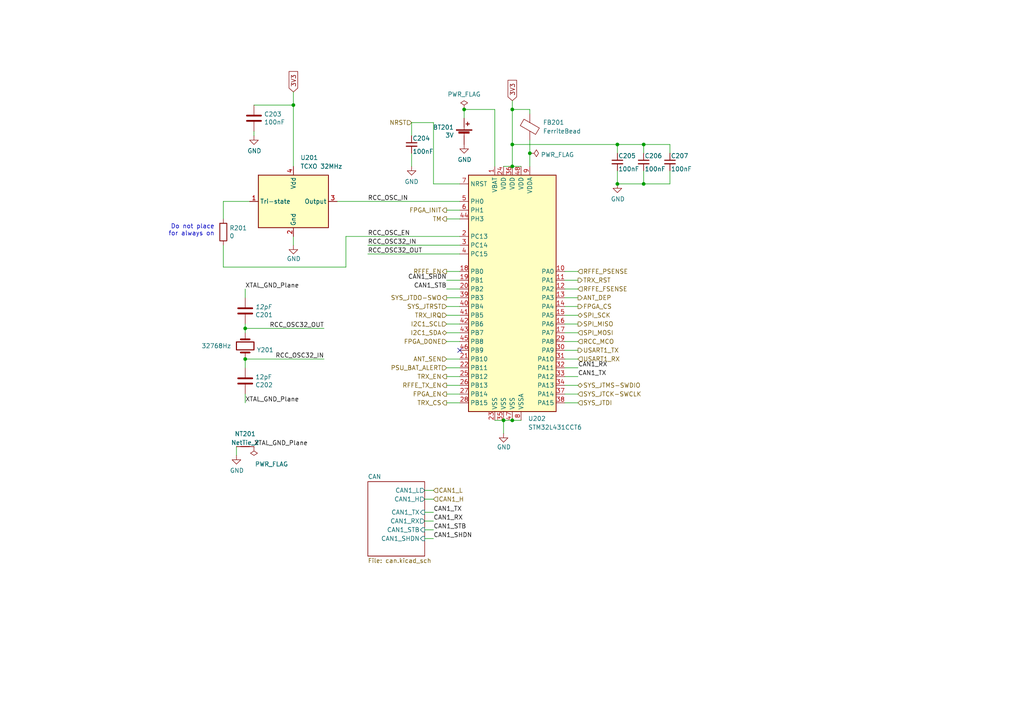
<source format=kicad_sch>
(kicad_sch (version 20211123) (generator eeschema)
  (paper "A4")
  (title_block (title "SIDLOC - MCU") (date "2022-03-10") (company "Libre Space Foundation"))
  (lib_symbols
    (symbol "Device:Battery_Cell" (pin_numbers hide) (pin_names (offset 0) hide)
      (property "Reference" "BT" (at 2.54 2.54 0))
      (property "Value" "Battery_Cell" (at 2.54 0 0))
      (symbol "Battery_Cell_0_1"
        (rectangle (start -2.286 1.778) (end 2.286 1.524) (fill (type outline)))
        (rectangle (start -1.5748 1.1938) (end 1.4732 0.6858) (fill (type outline)))
        (polyline (pts (xy 0 0.762) (xy 0 0)))
        (polyline (pts (xy 0 1.778) (xy 0 2.54)))
        (polyline (pts (xy 0.508 3.429) (xy 1.524 3.429)) (stroke (width 0.254)))
        (polyline (pts (xy 1.016 3.937) (xy 1.016 2.921)) (stroke (width 0.254)))
      )
      (symbol "Battery_Cell_1_1"
        (pin passive line (at 0 5.08 270) (length 2.54) (name "+") (number "1"))
        (pin passive line (at 0 -2.54 90) (length 2.54) (name "-") (number "2"))
      )
    )
    (symbol "Device:C" (pin_numbers hide) (pin_names (offset 0.254))
      (property "Reference" "C" (at 0.635 2.54 0))
      (property "Value" "C" (at 0.635 -2.54 0))
      (symbol "C_0_1"
        (polyline (pts (xy -2.032 -0.762) (xy 2.032 -0.762)) (stroke (width 0.508)))
        (polyline (pts (xy -2.032 0.762) (xy 2.032 0.762)) (stroke (width 0.508)))
      )
      (symbol "C_1_1"
        (pin passive line (at 0 3.81 270) (length 2.794) (name "~") (number "1"))
        (pin passive line (at 0 -3.81 90) (length 2.794) (name "~") (number "2"))
      )
    )
    (symbol "Device:C_Small" (pin_numbers hide) (pin_names (offset 0.254) hide)
      (property "Reference" "C" (at 0.254 1.778 0))
      (property "Value" "C_Small" (at 0.254 -2.032 0))
      (symbol "C_Small_0_1"
        (polyline (pts (xy -1.524 -0.508) (xy 1.524 -0.508)) (stroke (width 0.3302)))
        (polyline (pts (xy -1.524 0.508) (xy 1.524 0.508)) (stroke (width 0.3048)))
      )
      (symbol "C_Small_1_1"
        (pin passive line (at 0 2.54 270) (length 2.032) (name "~") (number "1"))
        (pin passive line (at 0 -2.54 90) (length 2.032) (name "~") (number "2"))
      )
    )
    (symbol "Device:Crystal" (pin_numbers hide) (pin_names (offset 1.016) hide)
      (property "Reference" "Y" (at 0 3.81 0))
      (property "Value" "Crystal" (at 0 -3.81 0))
      (symbol "Crystal_0_1"
        (rectangle (start -1.143 2.54) (end 1.143 -2.54) (stroke (width 0.3048)))
        (polyline (pts (xy -2.54 0) (xy -1.905 0)))
        (polyline (pts (xy -1.905 -1.27) (xy -1.905 1.27)) (stroke (width 0.508)))
        (polyline (pts (xy 1.905 -1.27) (xy 1.905 1.27)) (stroke (width 0.508)))
        (polyline (pts (xy 2.54 0) (xy 1.905 0)))
      )
      (symbol "Crystal_1_1"
        (pin passive line (at -3.81 0 0) (length 1.27) (name "1") (number "1"))
        (pin passive line (at 3.81 0 180) (length 1.27) (name "2") (number "2"))
      )
    )
    (symbol "Device:FerriteBead" (pin_numbers hide) (pin_names (offset 0))
      (property "Reference" "FB" (at -3.81 0.635 90))
      (property "Value" "FerriteBead" (at 3.81 0 90))
      (symbol "FerriteBead_0_1"
        (polyline (pts (xy 0 -1.27) (xy 0 -1.2192)))
        (polyline (pts (xy 0 1.27) (xy 0 1.2954)))
        (polyline (pts (xy -2.7686 0.4064) (xy -1.7018 2.2606) (xy 2.7686 -0.3048) (xy 1.6764 -2.159) (xy -2.7686 0.4064)))
      )
      (symbol "FerriteBead_1_1"
        (pin passive line (at 0 3.81 270) (length 2.54) (name "~") (number "1"))
        (pin passive line (at 0 -3.81 90) (length 2.54) (name "~") (number "2"))
      )
    )
    (symbol "Device:NetTie_2" (pin_numbers hide) (pin_names (offset 0) hide)
      (property "Reference" "NT" (at 0 1.27 0))
      (property "Value" "NetTie_2" (at 0 -1.27 0))
      (symbol "NetTie_2_0_1"
        (polyline (pts (xy -1.27 0) (xy 1.27 0)) (stroke (width 0.254)))
      )
      (symbol "NetTie_2_1_1"
        (pin passive line (at -2.54 0 0) (length 2.54) (name "1") (number "1"))
        (pin passive line (at 2.54 0 180) (length 2.54) (name "2") (number "2"))
      )
    )
    (symbol "Device:R" (pin_numbers hide) (pin_names (offset 0))
      (property "Reference" "R" (at 2.032 0 90))
      (property "Value" "R" (at 0 0 90))
      (symbol "R_0_1"
        (rectangle (start -1.016 -2.54) (end 1.016 2.54) (stroke (width 0.254)))
      )
      (symbol "R_1_1"
        (pin passive line (at 0 3.81 270) (length 1.27) (name "~") (number "1"))
        (pin passive line (at 0 -3.81 90) (length 1.27) (name "~") (number "2"))
      )
    )
    (symbol "MCU_ST_STM32L4:STM32L431CCTx"
      (property "Reference" "U" (at -12.7 34.29 0))
      (property "Value" "STM32L431CCTx" (at 7.62 34.29 0))
      (symbol "STM32L431CCTx_0_1"
        (rectangle (start -12.7 -35.56) (end 12.7 33.02) (stroke (width 0.254)) (fill (type background)))
      )
      (symbol "STM32L431CCTx_1_1"
        (pin power_in line (at -5.08 35.56 270) (length 2.54) (name "VBAT") (number "1"))
        (pin bidirectional line (at 15.24 5.08 180) (length 2.54) (name "PA0") (number "10"))
        (pin bidirectional line (at 15.24 2.54 180) (length 2.54) (name "PA1") (number "11"))
        (pin bidirectional line (at 15.24 0 180) (length 2.54) (name "PA2") (number "12"))
        (pin bidirectional line (at 15.24 -2.54 180) (length 2.54) (name "PA3") (number "13"))
        (pin bidirectional line (at 15.24 -5.08 180) (length 2.54) (name "PA4") (number "14"))
        (pin bidirectional line (at 15.24 -7.62 180) (length 2.54) (name "PA5") (number "15"))
        (pin bidirectional line (at 15.24 -10.16 180) (length 2.54) (name "PA6") (number "16"))
        (pin bidirectional line (at 15.24 -12.7 180) (length 2.54) (name "PA7") (number "17"))
        (pin bidirectional line (at -15.24 5.08 0) (length 2.54) (name "PB0") (number "18"))
        (pin bidirectional line (at -15.24 2.54 0) (length 2.54) (name "PB1") (number "19"))
        (pin bidirectional line (at -15.24 15.24 0) (length 2.54) (name "PC13") (number "2"))
        (pin bidirectional line (at -15.24 0 0) (length 2.54) (name "PB2") (number "20"))
        (pin bidirectional line (at -15.24 -20.32 0) (length 2.54) (name "PB10") (number "21"))
        (pin bidirectional line (at -15.24 -22.86 0) (length 2.54) (name "PB11") (number "22"))
        (pin power_in line (at -5.08 -38.1 90) (length 2.54) (name "VSS") (number "23"))
        (pin power_in line (at -2.54 35.56 270) (length 2.54) (name "VDD") (number "24"))
        (pin bidirectional line (at -15.24 -25.4 0) (length 2.54) (name "PB12") (number "25"))
        (pin bidirectional line (at -15.24 -27.94 0) (length 2.54) (name "PB13") (number "26"))
        (pin bidirectional line (at -15.24 -30.48 0) (length 2.54) (name "PB14") (number "27"))
        (pin bidirectional line (at -15.24 -33.02 0) (length 2.54) (name "PB15") (number "28"))
        (pin bidirectional line (at 15.24 -15.24 180) (length 2.54) (name "PA8") (number "29"))
        (pin bidirectional line (at -15.24 12.7 0) (length 2.54) (name "PC14") (number "3"))
        (pin bidirectional line (at 15.24 -17.78 180) (length 2.54) (name "PA9") (number "30"))
        (pin bidirectional line (at 15.24 -20.32 180) (length 2.54) (name "PA10") (number "31"))
        (pin bidirectional line (at 15.24 -22.86 180) (length 2.54) (name "PA11") (number "32"))
        (pin bidirectional line (at 15.24 -25.4 180) (length 2.54) (name "PA12") (number "33"))
        (pin bidirectional line (at 15.24 -27.94 180) (length 2.54) (name "PA13") (number "34"))
        (pin power_in line (at -2.54 -38.1 90) (length 2.54) (name "VSS") (number "35"))
        (pin power_in line (at 0 35.56 270) (length 2.54) (name "VDD") (number "36"))
        (pin bidirectional line (at 15.24 -30.48 180) (length 2.54) (name "PA14") (number "37"))
        (pin bidirectional line (at 15.24 -33.02 180) (length 2.54) (name "PA15") (number "38"))
        (pin bidirectional line (at -15.24 -2.54 0) (length 2.54) (name "PB3") (number "39"))
        (pin bidirectional line (at -15.24 10.16 0) (length 2.54) (name "PC15") (number "4"))
        (pin bidirectional line (at -15.24 -5.08 0) (length 2.54) (name "PB4") (number "40"))
        (pin bidirectional line (at -15.24 -7.62 0) (length 2.54) (name "PB5") (number "41"))
        (pin bidirectional line (at -15.24 -10.16 0) (length 2.54) (name "PB6") (number "42"))
        (pin bidirectional line (at -15.24 -12.7 0) (length 2.54) (name "PB7") (number "43"))
        (pin bidirectional line (at -15.24 20.32 0) (length 2.54) (name "PH3") (number "44"))
        (pin bidirectional line (at -15.24 -15.24 0) (length 2.54) (name "PB8") (number "45"))
        (pin bidirectional line (at -15.24 -17.78 0) (length 2.54) (name "PB9") (number "46"))
        (pin power_in line (at 0 -38.1 90) (length 2.54) (name "VSS") (number "47"))
        (pin power_in line (at 2.54 35.56 270) (length 2.54) (name "VDD") (number "48"))
        (pin input line (at -15.24 25.4 0) (length 2.54) (name "PH0") (number "5"))
        (pin input line (at -15.24 22.86 0) (length 2.54) (name "PH1") (number "6"))
        (pin input line (at -15.24 30.48 0) (length 2.54) (name "NRST") (number "7"))
        (pin power_in line (at 2.54 -38.1 90) (length 2.54) (name "VSSA") (number "8"))
        (pin power_in line (at 5.08 35.56 270) (length 2.54) (name "VDDA") (number "9"))
      )
    )
    (symbol "lsf-kicad:ECS-TXO-2520"
      (property "Reference" "U" (at 10.16 10.16 0))
      (property "Value" "ECS-TXO-2520" (at -10.16 10.16 0))
      (symbol "ECS-TXO-2520_0_0"
        (text "" (at 19.05 -2.54 0) (effects (font (size 1.27 1.27))))
        (text "" (at 21.59 -6.35 0) (effects (font (size 1.27 1.27))))
      )
      (symbol "ECS-TXO-2520_0_1"
        (rectangle (start -10.16 7.62) (end 10.16 -7.62) (stroke (width 0.254)) (fill (type background)))
      )
      (symbol "ECS-TXO-2520_1_1"
        (pin input line (at -12.7 0 0) (length 2.54) (name "Tri-state") (number "1"))
        (pin power_in line (at 0 -10.16 90) (length 2.54) (name "Gnd") (number "2"))
        (pin output line (at 12.7 0 180) (length 2.54) (name "Output") (number "3"))
        (pin power_in line (at 0 10.16 270) (length 2.54) (name "Vdd") (number "4"))
      )
    )
    (symbol "power:GND" (power) (pin_names (offset 0))
      (property "Value" "GND" (at 0 -3.81 0))
      (symbol "GND_0_1"
        (polyline (pts (xy 0 0) (xy 0 -1.27) (xy 1.27 -1.27) (xy 0 -2.54) (xy -1.27 -1.27) (xy 0 -1.27)))
      )
      (symbol "GND_1_1"
        (pin power_in line (at 0 0 270) (length 0) hide (name "GND") (number "1"))
      )
    )
    (symbol "power:PWR_FLAG" (power) (pin_numbers hide) (pin_names (offset 0) hide)
      (property "Value" "PWR_FLAG" (at 0 3.81 0))
      (symbol "PWR_FLAG_0_0"
        (pin power_out line (at 0 0 90) (length 0) (name "pwr") (number "1"))
      )
      (symbol "PWR_FLAG_0_1"
        (polyline (pts (xy 0 0) (xy 0 1.27) (xy -1.016 1.905) (xy 0 2.54) (xy 1.016 1.905) (xy 0 1.27)))
      )
    )
  )
  (junction (at 71.12 95.25))
  (junction (at 153.67 44.45))
  (junction (at 179.07 53.34))
  (junction (at 179.07 41.91))
  (junction (at 134.62 31.75))
  (junction (at 148.59 48.26))
  (junction (at 146.05 121.92))
  (junction (at 186.69 53.34))
  (junction (at 85.09 30.48))
  (junction (at 71.12 104.14))
  (junction (at 186.69 41.91))
  (junction (at 148.59 121.92))
  (junction (at 148.59 31.75))
  (junction (at 148.59 41.91))
  (no_connect (at 133.35 101.6))
  (wire (pts (xy 133.35 111.76) (xy 129.54 111.76)))
  (wire (pts (xy 71.12 95.25) (xy 71.12 96.52)))
  (wire (pts (xy 133.35 104.14) (xy 129.54 104.14)))
  (wire (pts (xy 133.35 109.22) (xy 129.54 109.22)))
  (wire (pts (xy 148.59 41.91) (xy 148.59 48.26)))
  (wire (pts (xy 119.38 44.45) (xy 119.38 48.26)))
  (wire (pts (xy 129.54 114.3) (xy 133.35 114.3)))
  (wire (pts (xy 129.54 93.98) (xy 133.35 93.98)))
  (wire (pts (xy 153.67 33.02) (xy 153.67 31.75)))
  (wire (pts (xy 134.62 31.75) (xy 134.62 34.29)))
  (wire (pts (xy 125.73 35.56) (xy 125.73 53.34)))
  (wire (pts (xy 186.69 53.34) (xy 194.31 53.34)))
  (wire (pts (xy 143.51 31.75) (xy 134.62 31.75)))
  (wire (pts (xy 85.09 26.67) (xy 85.09 30.48)))
  (wire (pts (xy 186.69 41.91) (xy 186.69 44.45)))
  (wire (pts (xy 153.67 44.45) (xy 153.67 48.26)))
  (wire (pts (xy 153.67 40.64) (xy 153.67 44.45)))
  (wire (pts (xy 100.33 77.47) (xy 100.33 68.58)))
  (wire (pts (xy 163.83 78.74) (xy 167.64 78.74)))
  (wire (pts (xy 123.19 156.21) (xy 125.73 156.21)))
  (wire (pts (xy 123.19 153.67) (xy 125.73 153.67)))
  (wire (pts (xy 64.77 63.5) (xy 64.77 58.42)))
  (wire (pts (xy 163.83 109.22) (xy 167.64 109.22)))
  (wire (pts (xy 85.09 68.58) (xy 85.09 71.12)))
  (wire (pts (xy 163.83 104.14) (xy 167.64 104.14)))
  (wire (pts (xy 163.83 99.06) (xy 167.64 99.06)))
  (wire (pts (xy 179.07 41.91) (xy 186.69 41.91)))
  (wire (pts (xy 133.35 78.74) (xy 129.54 78.74)))
  (wire (pts (xy 68.58 132.08) (xy 68.58 129.54)))
  (wire (pts (xy 186.69 49.53) (xy 186.69 53.34)))
  (wire (pts (xy 71.12 86.36) (xy 71.12 83.82)))
  (wire (pts (xy 125.73 35.56) (xy 119.38 35.56)))
  (wire (pts (xy 106.68 73.66) (xy 133.35 73.66)))
  (wire (pts (xy 163.83 96.52) (xy 167.64 96.52)))
  (wire (pts (xy 106.68 71.12) (xy 133.35 71.12)))
  (wire (pts (xy 194.31 44.45) (xy 194.31 41.91)))
  (wire (pts (xy 97.79 58.42) (xy 133.35 58.42)))
  (wire (pts (xy 71.12 116.84) (xy 71.12 114.3)))
  (wire (pts (xy 64.77 58.42) (xy 72.39 58.42)))
  (wire (pts (xy 163.83 81.28) (xy 167.64 81.28)))
  (wire (pts (xy 73.66 39.37) (xy 73.66 38.1)))
  (wire (pts (xy 163.83 93.98) (xy 167.64 93.98)))
  (wire (pts (xy 133.35 106.68) (xy 129.54 106.68)))
  (wire (pts (xy 146.05 48.26) (xy 148.59 48.26)))
  (wire (pts (xy 71.12 106.68) (xy 71.12 104.14)))
  (wire (pts (xy 163.83 88.9) (xy 167.64 88.9)))
  (wire (pts (xy 163.83 83.82) (xy 167.64 83.82)))
  (wire (pts (xy 163.83 116.84) (xy 167.64 116.84)))
  (wire (pts (xy 71.12 93.98) (xy 71.12 95.25)))
  (wire (pts (xy 179.07 53.34) (xy 186.69 53.34)))
  (wire (pts (xy 129.54 116.84) (xy 133.35 116.84)))
  (wire (pts (xy 163.83 106.68) (xy 167.64 106.68)))
  (wire (pts (xy 153.67 31.75) (xy 148.59 31.75)))
  (wire (pts (xy 71.12 104.14) (xy 93.98 104.14)))
  (wire (pts (xy 163.83 101.6) (xy 167.64 101.6)))
  (wire (pts (xy 85.09 30.48) (xy 85.09 48.26)))
  (wire (pts (xy 163.83 114.3) (xy 167.64 114.3)))
  (wire (pts (xy 133.35 81.28) (xy 129.54 81.28)))
  (wire (pts (xy 133.35 68.58) (xy 100.33 68.58)))
  (wire (pts (xy 146.05 121.92) (xy 146.05 125.73)))
  (wire (pts (xy 133.35 91.44) (xy 129.54 91.44)))
  (wire (pts (xy 123.19 148.59) (xy 125.73 148.59)))
  (wire (pts (xy 133.35 53.34) (xy 125.73 53.34)))
  (wire (pts (xy 123.19 144.78) (xy 125.73 144.78)))
  (wire (pts (xy 148.59 29.21) (xy 148.59 31.75)))
  (wire (pts (xy 146.05 121.92) (xy 148.59 121.92)))
  (wire (pts (xy 148.59 48.26) (xy 151.13 48.26)))
  (wire (pts (xy 143.51 121.92) (xy 146.05 121.92)))
  (wire (pts (xy 64.77 77.47) (xy 100.33 77.47)))
  (wire (pts (xy 163.83 91.44) (xy 167.64 91.44)))
  (wire (pts (xy 148.59 41.91) (xy 179.07 41.91)))
  (wire (pts (xy 119.38 35.56) (xy 119.38 39.37)))
  (wire (pts (xy 123.19 151.13) (xy 125.73 151.13)))
  (wire (pts (xy 163.83 86.36) (xy 167.64 86.36)))
  (wire (pts (xy 186.69 41.91) (xy 194.31 41.91)))
  (wire (pts (xy 133.35 88.9) (xy 129.54 88.9)))
  (wire (pts (xy 179.07 49.53) (xy 179.07 53.34)))
  (wire (pts (xy 73.66 30.48) (xy 85.09 30.48)))
  (wire (pts (xy 194.31 53.34) (xy 194.31 49.53)))
  (wire (pts (xy 133.35 86.36) (xy 129.54 86.36)))
  (wire (pts (xy 133.35 99.06) (xy 129.54 99.06)))
  (wire (pts (xy 163.83 111.76) (xy 167.64 111.76)))
  (wire (pts (xy 71.12 95.25) (xy 93.98 95.25)))
  (wire (pts (xy 129.54 96.52) (xy 133.35 96.52)))
  (wire (pts (xy 133.35 60.96) (xy 129.54 60.96)))
  (wire (pts (xy 133.35 83.82) (xy 129.54 83.82)))
  (wire (pts (xy 179.07 41.91) (xy 179.07 44.45)))
  (wire (pts (xy 129.54 63.5) (xy 133.35 63.5)))
  (wire (pts (xy 123.19 142.24) (xy 125.73 142.24)))
  (wire (pts (xy 148.59 31.75) (xy 148.59 41.91)))
  (wire (pts (xy 143.51 48.26) (xy 143.51 31.75)))
  (wire (pts (xy 148.59 121.92) (xy 151.13 121.92)))
  (wire (pts (xy 64.77 77.47) (xy 64.77 71.12)))
  (text "Do not place\nfor always on" (at 62.23 68.58 180) (effects (font (size 1.27 1.27)) (justify right bottom)))
  (label "XTAL_GND_Plane" (at 73.66 129.54 0))
  (label "CAN1_TX" (at 167.64 109.22 0))
  (label "RCC_OSC_EN" (at 106.68 68.58 0))
  (label "CAN1_STB" (at 129.54 83.82 180))
  (label "CAN1_SHDN" (at 129.54 81.28 180))
  (label "CAN1_SHDN" (at 125.73 156.21 0))
  (label "XTAL_GND_Plane" (at 71.12 83.82 0))
  (label "RCC_OSC32_IN" (at 106.68 71.12 0))
  (label "CAN1_RX" (at 167.64 106.68 0))
  (label "CAN1_TX" (at 125.73 148.59 0))
  (label "RCC_OSC32_IN" (at 93.98 104.14 180))
  (label "RCC_OSC32_OUT" (at 106.68 73.66 0))
  (label "XTAL_GND_Plane" (at 71.12 116.84 0))
  (label "CAN1_STB" (at 125.73 153.67 0))
  (label "RCC_OSC32_OUT" (at 93.98 95.25 180))
  (label "RCC_OSC_IN" (at 106.68 58.42 0))
  (label "CAN1_RX" (at 125.73 151.13 0))
  (global_label "3V3" (shape input) (at 148.59 29.21 90) (property "Intersheet References" "${INTERSHEET_REFS}" (effects hide)))
  (global_label "3V3" (shape input) (at 85.09 26.67 90) (property "Intersheet References" "${INTERSHEET_REFS}" (effects hide)))
  (hierarchical_label "RCC_MCO" (shape input) (at 167.64 99.06 0))
  (hierarchical_label "FPGA_DONE" (shape input) (at 129.54 99.06 180))
  (hierarchical_label "SPI_MISO" (shape output) (at 167.64 93.98 0))
  (hierarchical_label "SYS_JTMS-SWDIO" (shape bidirectional) (at 167.64 111.76 0))
  (hierarchical_label "TRX_EN" (shape output) (at 129.54 109.22 180))
  (hierarchical_label "ANT_DEP" (shape output) (at 167.64 86.36 0))
  (hierarchical_label "RFFE_EN" (shape output) (at 129.54 78.74 180))
  (hierarchical_label "SPI_SCK" (shape bidirectional) (at 167.64 91.44 0))
  (hierarchical_label "PSU_BAT_ALERT" (shape input) (at 129.54 106.68 180))
  (hierarchical_label "FPGA_INIT" (shape output) (at 129.54 60.96 180))
  (hierarchical_label "SYS_JTCK-SWCLK" (shape input) (at 167.64 114.3 0))
  (hierarchical_label "FPGA_CS" (shape output) (at 167.64 88.9 0))
  (hierarchical_label "I2C1_SCL" (shape input) (at 129.54 93.98 180))
  (hierarchical_label "SYS_JTRST" (shape input) (at 129.54 88.9 180))
  (hierarchical_label "CAN1_H" (shape input) (at 125.73 144.78 0))
  (hierarchical_label "SYS_JTDI" (shape input) (at 167.64 116.84 0))
  (hierarchical_label "RFFE_FSENSE" (shape input) (at 167.64 83.82 0))
  (hierarchical_label "I2C1_SDA" (shape bidirectional) (at 129.54 96.52 180))
  (hierarchical_label "SYS_JTDO-SWO" (shape output) (at 129.54 86.36 180))
  (hierarchical_label "RFFE_TX_EN" (shape output) (at 129.54 111.76 180))
  (hierarchical_label "SPI_MOSI" (shape input) (at 167.64 96.52 0))
  (hierarchical_label "USART1_RX" (shape input) (at 167.64 104.14 0))
  (hierarchical_label "CAN1_L" (shape input) (at 125.73 142.24 0))
  (hierarchical_label "TRX_CS" (shape output) (at 129.54 116.84 180))
  (hierarchical_label "RFFE_PSENSE" (shape input) (at 167.64 78.74 0))
  (hierarchical_label "TRX_IRQ" (shape input) (at 129.54 91.44 180))
  (hierarchical_label "ANT_SEN" (shape input) (at 129.54 104.14 180))
  (hierarchical_label "FPGA_EN" (shape output) (at 129.54 114.3 180))
  (hierarchical_label "NRST" (shape input) (at 119.38 35.56 180))
  (hierarchical_label "USART1_TX" (shape output) (at 167.64 101.6 0))
  (hierarchical_label "TM" (shape output) (at 129.54 63.5 180))
  (hierarchical_label "TRX_RST" (shape output) (at 167.64 81.28 0))
  (symbol (lib_id "power:GND") (at 73.66 39.37 0) (unit 1)
    (property "Reference" "#PWR0202" (effects hide))
    (property "Value" "GND" (at 73.787 43.7642 0))
  )
  (symbol (lib_id "Device:C_Small") (at 119.38 41.91 0) (unit 1)
    (property "Reference" "C204" (at 119.634 40.132 0) (effects (justify left)))
    (property "Value" "100nF" (at 119.634 43.942 0) (effects (justify left)))
    (property "Footprint" "Capacitor_SMD:C_0402_1005Metric" (effects hide))
    (property "Part Number" "CC0402KRX7R7BB104" (effects hide))
  )
  (symbol (lib_id "power:GND") (at 146.05 125.73 0) (unit 1)
    (property "Reference" "#PWR0206" (effects hide))
    (property "Value" "GND" (at 146.1516 129.667 0))
  )
  (symbol (lib_id "Device:C_Small") (at 186.69 46.99 0) (unit 1)
    (property "Reference" "C206" (at 186.944 45.212 0) (effects (justify left)))
    (property "Value" "100nF" (at 186.944 49.022 0) (effects (justify left)))
    (property "Footprint" "Capacitor_SMD:C_0402_1005Metric" (effects hide))
    (property "Part Number" "CC0402KRX7R7BB104" (effects hide))
  )
  (symbol (lib_id "power:GND") (at 85.09 71.12 0) (unit 1)
    (property "Reference" "#PWR0203" (effects hide))
    (property "Value" "GND" (at 85.1916 75.057 0))
  )
  (symbol (lib_id "power:GND") (at 68.58 132.08 0) (unit 1)
    (property "Reference" "#PWR0201" (effects hide))
    (property "Value" "GND" (at 68.707 136.4742 0))
  )
  (symbol (lib_id "Device:C_Small") (at 179.07 46.99 0) (unit 1)
    (property "Reference" "C205" (at 179.324 45.212 0) (effects (justify left)))
    (property "Value" "100nF" (at 179.324 49.022 0) (effects (justify left)))
    (property "Footprint" "Capacitor_SMD:C_0402_1005Metric" (effects hide))
    (property "Part Number" "CC0402KRX7R7BB104" (effects hide))
  )
  (symbol (lib_id "MCU_ST_STM32L4:STM32L431CCTx") (at 148.59 83.82 0) (unit 1)
    (property "Reference" "U202" (at 153.1494 121.4104 0) (effects (justify left)))
    (property "Value" "STM32L431CCT6" (at 153.1494 123.9473 0) (effects (justify left)))
    (property "Footprint" "Package_QFP:LQFP-48_7x7mm_P0.5mm" (effects hide))
    (property "Datasheet" "http://www.st.com/st-web-ui/static/active/en/resource/technical/document/datasheet/DM00257211.pdf" (effects hide))
    (property "Part Number" "STM32L431CCT6" (effects hide))
  )
  (symbol (lib_id "Device:C_Small") (at 194.31 46.99 0) (unit 1)
    (property "Reference" "C207" (at 194.564 45.212 0) (effects (justify left)))
    (property "Value" "100nF" (at 194.564 49.022 0) (effects (justify left)))
    (property "Footprint" "Capacitor_SMD:C_0402_1005Metric" (effects hide))
    (property "Part Number" "CC0402KRX7R7BB104" (effects hide))
  )
  (symbol (lib_id "Device:R") (at 64.77 67.31 0) (unit 1)
    (property "Reference" "R201" (at 66.548 66.1416 0) (effects (justify left)))
    (property "Value" "0" (at 66.548 68.453 0) (effects (justify left)))
    (property "Footprint" "Resistor_SMD:R_0402_1005Metric" (effects hide))
    (property "Part Number" "ERJ-2GE0R00X" (effects hide))
  )
  (symbol (lib_id "power:GND") (at 119.38 48.26 0) (unit 1)
    (property "Reference" "#PWR0204" (effects hide))
    (property "Value" "GND" (at 119.38 52.7034 0))
  )
  (symbol (lib_id "Device:C") (at 71.12 110.49 0) (mirror x) (unit 1)
    (property "Reference" "C202" (at 74.041 111.6584 0) (effects (justify left)))
    (property "Value" "12pF" (at 74.041 109.347 0) (effects (justify left)))
    (property "Footprint" "Capacitor_SMD:C_0402_1005Metric" (effects hide))
    (property "Part Number" "CBR04C120F3GAC" (effects hide))
  )
  (symbol (lib_id "power:PWR_FLAG") (at 73.66 129.54 180) (unit 1)
    (property "Reference" "#FLG0201" (effects hide))
    (property "Value" "PWR_FLAG" (at 78.74 134.62 0))
  )
  (symbol (lib_id "Device:FerriteBead") (at 153.67 36.83 0) (unit 1)
    (property "Reference" "FB201" (at 157.48 35.5091 0) (effects (justify left)))
    (property "Value" "FerriteBead" (at 157.48 38.0491 0) (effects (justify left)))
    (property "Footprint" "Inductor_SMD:L_0603_1608Metric" (effects hide))
    (property "Part Number" "742792602" (effects hide))
  )
  (symbol (lib_id "power:GND") (at 179.07 53.34 0) (unit 1)
    (property "Reference" "#PWR0207" (effects hide))
    (property "Value" "GND" (at 179.197 57.7342 0))
  )
  (symbol (lib_id "power:PWR_FLAG") (at 153.67 44.45 270) (unit 1)
    (property "Reference" "#FLG0205" (effects hide))
    (property "Value" "PWR_FLAG" (at 156.845 44.8838 90) (effects (justify left)))
  )
  (symbol (lib_id "lsf-kicad:ECS-TXO-2520") (at 85.09 58.42 0) (unit 1)
    (property "Reference" "U201" (at 87.1094 45.72 0) (effects (justify left)))
    (property "Value" "TCXO 32MHz" (at 87.1094 48.26 0) (effects (justify left)))
    (property "Footprint" "lsf-kicad-lib:Oscillator_SMD_EST_TXO_2520_4PIN_2X2.5mm" (effects hide))
    (property "Datasheet" "https://ecsxtal.com/store/pdf/ECS-TXO-2520.pdf" (effects hide))
    (property "Part Number" "ECS-TXO-2520MV-320-AY-TR" (effects hide))
  )
  (symbol (lib_id "Device:C") (at 71.12 90.17 0) (mirror x) (unit 1)
    (property "Reference" "C201" (at 74.041 91.3384 0) (effects (justify left)))
    (property "Value" "12pF" (at 74.041 89.027 0) (effects (font italic) (justify left)))
    (property "Footprint" "Capacitor_SMD:C_0402_1005Metric" (effects hide))
    (property "Part Number" "CBR04C120F3GAC" (effects hide))
  )
  (symbol (lib_id "Device:NetTie_2") (at 71.12 129.54 0) (unit 1) (in_bom no)
    (property "Reference" "NT201" (at 71.12 125.8402 0))
    (property "Value" "NetTie_2" (at 71.12 128.3771 0))
    (property "Footprint" "NetTie:NetTie-2_SMD_Pad0.5mm" (effects hide))
  )
  (symbol (lib_id "power:GND") (at 134.62 41.91 0) (unit 1)
    (property "Reference" "#PWR0205" (effects hide))
    (property "Value" "GND" (at 134.747 46.3042 0))
  )
  (symbol (lib_id "power:PWR_FLAG") (at 134.62 31.75 0) (unit 1)
    (property "Reference" "#FLG0203" (effects hide))
    (property "Value" "PWR_FLAG" (at 134.62 27.3558 0))
  )
  (symbol (lib_id "Device:C") (at 73.66 34.29 0) (unit 1)
    (property "Reference" "C203" (at 76.581 33.1216 0) (effects (justify left)))
    (property "Value" "100nF" (at 76.581 35.433 0) (effects (justify left)))
    (property "Footprint" "Capacitor_SMD:C_0402_1005Metric" (effects hide))
    (property "Part Number" "CC0402KRX7R7BB104" (effects hide))
  )
  (symbol (lib_id "Device:Battery_Cell") (at 134.62 39.37 0) (unit 1)
    (property "Reference" "BT201" (at 131.6482 36.9316 0) (effects (justify right)))
    (property "Value" "3V" (at 131.6482 39.243 0) (effects (justify right)))
    (property "Footprint" "Battery:BatteryHolder_Seiko_MS621F" (effects hide))
    (property "Part Number" "MS621F" (effects hide))
  )
  (symbol (lib_id "Device:Crystal") (at 71.12 100.33 270) (mirror x) (unit 1)
    (property "Reference" "Y201" (at 74.4474 101.4984 90) (effects (justify left)))
    (property "Value" "32768Hz" (at 58.42 100.33 90) (effects (justify left)))
    (property "Footprint" "Crystal:Crystal_SMD_3215-2Pin_3.2x1.5mm" (effects hide))
    (property "Part Number" "ABS07-32.768KHZ-7-T" (effects hide))
  )
  (sheet (at 106.68 139.7) (size 16.51 21.59) (stroke (width 0.1524))
    (property "Sheet name" "CAN" (at 106.68 138.9884 0) (effects (justify left bottom)))
    (property "Sheet file" "can.kicad_sch" (at 106.68 161.8746 0) (effects (justify left top)))
    (pin "CAN1_TX" input (at 123.19 148.59 0))
    (pin "CAN1_RX" output (at 123.19 151.13 0))
    (pin "CAN1_H" output (at 123.19 144.78 0))
    (pin "CAN1_L" output (at 123.19 142.24 0))
    (pin "CAN1_STB" input (at 123.19 153.67 0))
    (pin "CAN1_SHDN" input (at 123.19 156.21 0))
  )
)
</source>
